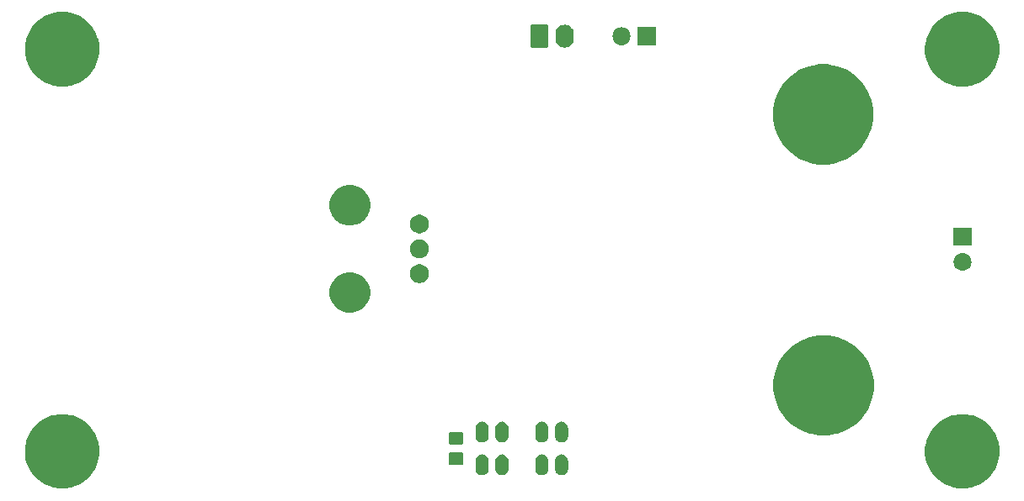
<source format=gbr>
G04 #@! TF.GenerationSoftware,KiCad,Pcbnew,(5.1.2-1)-1*
G04 #@! TF.CreationDate,2020-01-22T21:35:13+01:00*
G04 #@! TF.ProjectId,CCLoad,43434c6f-6164-42e6-9b69-6361645f7063,rev?*
G04 #@! TF.SameCoordinates,Original*
G04 #@! TF.FileFunction,Soldermask,Top*
G04 #@! TF.FilePolarity,Negative*
%FSLAX46Y46*%
G04 Gerber Fmt 4.6, Leading zero omitted, Abs format (unit mm)*
G04 Created by KiCad (PCBNEW (5.1.2-1)-1) date 2020-01-22 21:35:13*
%MOMM*%
%LPD*%
G04 APERTURE LIST*
%ADD10C,0.100000*%
G04 APERTURE END LIST*
D10*
G36*
X197682564Y-119185099D02*
G01*
X197924126Y-119233149D01*
X198606765Y-119515907D01*
X199221123Y-119926408D01*
X199743592Y-120448877D01*
X200154093Y-121063235D01*
X200436851Y-121745874D01*
X200466386Y-121894355D01*
X200581000Y-122470557D01*
X200581000Y-123209443D01*
X200515314Y-123539668D01*
X200436851Y-123934126D01*
X200154093Y-124616765D01*
X199743592Y-125231123D01*
X199221123Y-125753592D01*
X198606765Y-126164093D01*
X197924126Y-126446851D01*
X197682564Y-126494901D01*
X197199443Y-126591000D01*
X196460557Y-126591000D01*
X195977436Y-126494901D01*
X195735874Y-126446851D01*
X195053235Y-126164093D01*
X194438877Y-125753592D01*
X193916408Y-125231123D01*
X193505907Y-124616765D01*
X193223149Y-123934126D01*
X193144686Y-123539668D01*
X193079000Y-123209443D01*
X193079000Y-122470557D01*
X193193614Y-121894355D01*
X193223149Y-121745874D01*
X193505907Y-121063235D01*
X193916408Y-120448877D01*
X194438877Y-119926408D01*
X195053235Y-119515907D01*
X195735874Y-119233149D01*
X195977436Y-119185099D01*
X196460557Y-119089000D01*
X197199443Y-119089000D01*
X197682564Y-119185099D01*
X197682564Y-119185099D01*
G37*
G36*
X107182564Y-119185099D02*
G01*
X107424126Y-119233149D01*
X108106765Y-119515907D01*
X108721123Y-119926408D01*
X109243592Y-120448877D01*
X109654093Y-121063235D01*
X109936851Y-121745874D01*
X109966386Y-121894355D01*
X110081000Y-122470557D01*
X110081000Y-123209443D01*
X110015314Y-123539668D01*
X109936851Y-123934126D01*
X109654093Y-124616765D01*
X109243592Y-125231123D01*
X108721123Y-125753592D01*
X108106765Y-126164093D01*
X107424126Y-126446851D01*
X107182564Y-126494901D01*
X106699443Y-126591000D01*
X105960557Y-126591000D01*
X105477436Y-126494901D01*
X105235874Y-126446851D01*
X104553235Y-126164093D01*
X103938877Y-125753592D01*
X103416408Y-125231123D01*
X103005907Y-124616765D01*
X102723149Y-123934126D01*
X102644686Y-123539668D01*
X102579000Y-123209443D01*
X102579000Y-122470557D01*
X102693614Y-121894355D01*
X102723149Y-121745874D01*
X103005907Y-121063235D01*
X103416408Y-120448877D01*
X103938877Y-119926408D01*
X104553235Y-119515907D01*
X105235874Y-119233149D01*
X105477436Y-119185099D01*
X105960557Y-119089000D01*
X106699443Y-119089000D01*
X107182564Y-119185099D01*
X107182564Y-119185099D01*
G37*
G36*
X148667618Y-123148420D02*
G01*
X148748894Y-123173075D01*
X148790336Y-123185646D01*
X148903425Y-123246094D01*
X149002554Y-123327446D01*
X149083906Y-123426575D01*
X149144354Y-123539664D01*
X149144355Y-123539668D01*
X149181580Y-123662382D01*
X149191000Y-123758027D01*
X149191000Y-124621973D01*
X149181580Y-124717618D01*
X149154040Y-124808404D01*
X149144354Y-124840336D01*
X149083906Y-124953425D01*
X149002554Y-125052553D01*
X148903424Y-125133906D01*
X148790335Y-125194354D01*
X148758403Y-125204040D01*
X148667617Y-125231580D01*
X148540000Y-125244149D01*
X148412382Y-125231580D01*
X148321596Y-125204040D01*
X148289664Y-125194354D01*
X148176575Y-125133906D01*
X148077447Y-125052554D01*
X147996094Y-124953424D01*
X147935646Y-124840335D01*
X147925960Y-124808403D01*
X147898420Y-124717617D01*
X147889000Y-124621972D01*
X147889000Y-123758027D01*
X147898420Y-123662382D01*
X147935646Y-123539668D01*
X147935647Y-123539664D01*
X147996095Y-123426575D01*
X148077447Y-123327446D01*
X148176576Y-123246094D01*
X148289665Y-123185646D01*
X148331107Y-123173075D01*
X148412383Y-123148420D01*
X148540000Y-123135851D01*
X148667618Y-123148420D01*
X148667618Y-123148420D01*
G37*
G36*
X150667618Y-123148420D02*
G01*
X150748894Y-123173075D01*
X150790336Y-123185646D01*
X150903425Y-123246094D01*
X151002554Y-123327446D01*
X151083906Y-123426575D01*
X151144354Y-123539664D01*
X151144355Y-123539668D01*
X151181580Y-123662382D01*
X151191000Y-123758027D01*
X151191000Y-124621973D01*
X151181580Y-124717618D01*
X151154040Y-124808404D01*
X151144354Y-124840336D01*
X151083906Y-124953425D01*
X151002554Y-125052553D01*
X150903424Y-125133906D01*
X150790335Y-125194354D01*
X150758403Y-125204040D01*
X150667617Y-125231580D01*
X150540000Y-125244149D01*
X150412382Y-125231580D01*
X150321596Y-125204040D01*
X150289664Y-125194354D01*
X150176575Y-125133906D01*
X150077447Y-125052554D01*
X149996094Y-124953424D01*
X149935646Y-124840335D01*
X149925960Y-124808403D01*
X149898420Y-124717617D01*
X149889000Y-124621972D01*
X149889000Y-123758027D01*
X149898420Y-123662382D01*
X149935646Y-123539668D01*
X149935647Y-123539664D01*
X149996095Y-123426575D01*
X150077447Y-123327446D01*
X150176576Y-123246094D01*
X150289665Y-123185646D01*
X150331107Y-123173075D01*
X150412383Y-123148420D01*
X150540000Y-123135851D01*
X150667618Y-123148420D01*
X150667618Y-123148420D01*
G37*
G36*
X154667618Y-123148420D02*
G01*
X154748894Y-123173075D01*
X154790336Y-123185646D01*
X154903425Y-123246094D01*
X155002554Y-123327446D01*
X155083906Y-123426575D01*
X155144354Y-123539664D01*
X155144355Y-123539668D01*
X155181580Y-123662382D01*
X155191000Y-123758027D01*
X155191000Y-124621973D01*
X155181580Y-124717618D01*
X155154040Y-124808404D01*
X155144354Y-124840336D01*
X155083906Y-124953425D01*
X155002554Y-125052553D01*
X154903424Y-125133906D01*
X154790335Y-125194354D01*
X154758403Y-125204040D01*
X154667617Y-125231580D01*
X154540000Y-125244149D01*
X154412382Y-125231580D01*
X154321596Y-125204040D01*
X154289664Y-125194354D01*
X154176575Y-125133906D01*
X154077447Y-125052554D01*
X153996094Y-124953424D01*
X153935646Y-124840335D01*
X153925960Y-124808403D01*
X153898420Y-124717617D01*
X153889000Y-124621972D01*
X153889000Y-123758027D01*
X153898420Y-123662382D01*
X153935646Y-123539668D01*
X153935647Y-123539664D01*
X153996095Y-123426575D01*
X154077447Y-123327446D01*
X154176576Y-123246094D01*
X154289665Y-123185646D01*
X154331107Y-123173075D01*
X154412383Y-123148420D01*
X154540000Y-123135851D01*
X154667618Y-123148420D01*
X154667618Y-123148420D01*
G37*
G36*
X156667618Y-123148420D02*
G01*
X156748894Y-123173075D01*
X156790336Y-123185646D01*
X156903425Y-123246094D01*
X157002554Y-123327446D01*
X157083906Y-123426575D01*
X157144354Y-123539664D01*
X157144355Y-123539668D01*
X157181580Y-123662382D01*
X157191000Y-123758027D01*
X157191000Y-124621973D01*
X157181580Y-124717618D01*
X157154040Y-124808404D01*
X157144354Y-124840336D01*
X157083906Y-124953425D01*
X157002554Y-125052553D01*
X156903424Y-125133906D01*
X156790335Y-125194354D01*
X156758403Y-125204040D01*
X156667617Y-125231580D01*
X156540000Y-125244149D01*
X156412382Y-125231580D01*
X156321596Y-125204040D01*
X156289664Y-125194354D01*
X156176575Y-125133906D01*
X156077447Y-125052554D01*
X155996094Y-124953424D01*
X155935646Y-124840335D01*
X155925960Y-124808403D01*
X155898420Y-124717617D01*
X155889000Y-124621972D01*
X155889000Y-123758027D01*
X155898420Y-123662382D01*
X155935646Y-123539668D01*
X155935647Y-123539664D01*
X155996095Y-123426575D01*
X156077447Y-123327446D01*
X156176576Y-123246094D01*
X156289665Y-123185646D01*
X156331107Y-123173075D01*
X156412383Y-123148420D01*
X156540000Y-123135851D01*
X156667618Y-123148420D01*
X156667618Y-123148420D01*
G37*
G36*
X146511674Y-122958465D02*
G01*
X146549367Y-122969899D01*
X146584103Y-122988466D01*
X146614548Y-123013452D01*
X146639534Y-123043897D01*
X146658101Y-123078633D01*
X146669535Y-123116326D01*
X146674000Y-123161661D01*
X146674000Y-123998339D01*
X146669535Y-124043674D01*
X146658101Y-124081367D01*
X146639534Y-124116103D01*
X146614548Y-124146548D01*
X146584103Y-124171534D01*
X146549367Y-124190101D01*
X146511674Y-124201535D01*
X146466339Y-124206000D01*
X145379661Y-124206000D01*
X145334326Y-124201535D01*
X145296633Y-124190101D01*
X145261897Y-124171534D01*
X145231452Y-124146548D01*
X145206466Y-124116103D01*
X145187899Y-124081367D01*
X145176465Y-124043674D01*
X145172000Y-123998339D01*
X145172000Y-123161661D01*
X145176465Y-123116326D01*
X145187899Y-123078633D01*
X145206466Y-123043897D01*
X145231452Y-123013452D01*
X145261897Y-122988466D01*
X145296633Y-122969899D01*
X145334326Y-122958465D01*
X145379661Y-122954000D01*
X146466339Y-122954000D01*
X146511674Y-122958465D01*
X146511674Y-122958465D01*
G37*
G36*
X146511674Y-120908465D02*
G01*
X146549367Y-120919899D01*
X146584103Y-120938466D01*
X146614548Y-120963452D01*
X146639534Y-120993897D01*
X146658101Y-121028633D01*
X146669535Y-121066326D01*
X146674000Y-121111661D01*
X146674000Y-121948339D01*
X146669535Y-121993674D01*
X146658101Y-122031367D01*
X146639534Y-122066103D01*
X146614548Y-122096548D01*
X146584103Y-122121534D01*
X146549367Y-122140101D01*
X146511674Y-122151535D01*
X146466339Y-122156000D01*
X145379661Y-122156000D01*
X145334326Y-122151535D01*
X145296633Y-122140101D01*
X145261897Y-122121534D01*
X145231452Y-122096548D01*
X145206466Y-122066103D01*
X145187899Y-122031367D01*
X145176465Y-121993674D01*
X145172000Y-121948339D01*
X145172000Y-121111661D01*
X145176465Y-121066326D01*
X145187899Y-121028633D01*
X145206466Y-120993897D01*
X145231452Y-120963452D01*
X145261897Y-120938466D01*
X145296633Y-120919899D01*
X145334326Y-120908465D01*
X145379661Y-120904000D01*
X146466339Y-120904000D01*
X146511674Y-120908465D01*
X146511674Y-120908465D01*
G37*
G36*
X156667618Y-119848420D02*
G01*
X156758404Y-119875960D01*
X156790336Y-119885646D01*
X156903425Y-119946094D01*
X157002554Y-120027446D01*
X157083906Y-120126575D01*
X157144354Y-120239664D01*
X157144355Y-120239668D01*
X157181580Y-120362382D01*
X157191000Y-120458027D01*
X157191000Y-121321973D01*
X157181580Y-121417618D01*
X157154040Y-121508404D01*
X157144354Y-121540336D01*
X157083906Y-121653425D01*
X157002554Y-121752553D01*
X156903424Y-121833906D01*
X156790335Y-121894354D01*
X156758403Y-121904040D01*
X156667617Y-121931580D01*
X156540000Y-121944149D01*
X156412382Y-121931580D01*
X156321596Y-121904040D01*
X156289664Y-121894354D01*
X156176575Y-121833906D01*
X156077447Y-121752554D01*
X155996094Y-121653424D01*
X155935646Y-121540335D01*
X155925960Y-121508403D01*
X155898420Y-121417617D01*
X155889000Y-121321972D01*
X155889000Y-120458027D01*
X155898420Y-120362382D01*
X155935646Y-120239668D01*
X155935647Y-120239664D01*
X155996095Y-120126575D01*
X156077447Y-120027446D01*
X156176576Y-119946094D01*
X156289665Y-119885646D01*
X156321597Y-119875960D01*
X156412383Y-119848420D01*
X156540000Y-119835851D01*
X156667618Y-119848420D01*
X156667618Y-119848420D01*
G37*
G36*
X148667618Y-119848420D02*
G01*
X148758404Y-119875960D01*
X148790336Y-119885646D01*
X148903425Y-119946094D01*
X149002554Y-120027446D01*
X149083906Y-120126575D01*
X149144354Y-120239664D01*
X149144355Y-120239668D01*
X149181580Y-120362382D01*
X149191000Y-120458027D01*
X149191000Y-121321973D01*
X149181580Y-121417618D01*
X149154040Y-121508404D01*
X149144354Y-121540336D01*
X149083906Y-121653425D01*
X149002554Y-121752553D01*
X148903424Y-121833906D01*
X148790335Y-121894354D01*
X148758403Y-121904040D01*
X148667617Y-121931580D01*
X148540000Y-121944149D01*
X148412382Y-121931580D01*
X148321596Y-121904040D01*
X148289664Y-121894354D01*
X148176575Y-121833906D01*
X148077447Y-121752554D01*
X147996094Y-121653424D01*
X147935646Y-121540335D01*
X147925960Y-121508403D01*
X147898420Y-121417617D01*
X147889000Y-121321972D01*
X147889000Y-120458027D01*
X147898420Y-120362382D01*
X147935646Y-120239668D01*
X147935647Y-120239664D01*
X147996095Y-120126575D01*
X148077447Y-120027446D01*
X148176576Y-119946094D01*
X148289665Y-119885646D01*
X148321597Y-119875960D01*
X148412383Y-119848420D01*
X148540000Y-119835851D01*
X148667618Y-119848420D01*
X148667618Y-119848420D01*
G37*
G36*
X150667618Y-119848420D02*
G01*
X150758404Y-119875960D01*
X150790336Y-119885646D01*
X150903425Y-119946094D01*
X151002554Y-120027446D01*
X151083906Y-120126575D01*
X151144354Y-120239664D01*
X151144355Y-120239668D01*
X151181580Y-120362382D01*
X151191000Y-120458027D01*
X151191000Y-121321973D01*
X151181580Y-121417618D01*
X151154040Y-121508404D01*
X151144354Y-121540336D01*
X151083906Y-121653425D01*
X151002554Y-121752553D01*
X150903424Y-121833906D01*
X150790335Y-121894354D01*
X150758403Y-121904040D01*
X150667617Y-121931580D01*
X150540000Y-121944149D01*
X150412382Y-121931580D01*
X150321596Y-121904040D01*
X150289664Y-121894354D01*
X150176575Y-121833906D01*
X150077447Y-121752554D01*
X149996094Y-121653424D01*
X149935646Y-121540335D01*
X149925960Y-121508403D01*
X149898420Y-121417617D01*
X149889000Y-121321972D01*
X149889000Y-120458027D01*
X149898420Y-120362382D01*
X149935646Y-120239668D01*
X149935647Y-120239664D01*
X149996095Y-120126575D01*
X150077447Y-120027446D01*
X150176576Y-119946094D01*
X150289665Y-119885646D01*
X150321597Y-119875960D01*
X150412383Y-119848420D01*
X150540000Y-119835851D01*
X150667618Y-119848420D01*
X150667618Y-119848420D01*
G37*
G36*
X154667618Y-119848420D02*
G01*
X154758404Y-119875960D01*
X154790336Y-119885646D01*
X154903425Y-119946094D01*
X155002554Y-120027446D01*
X155083906Y-120126575D01*
X155144354Y-120239664D01*
X155144355Y-120239668D01*
X155181580Y-120362382D01*
X155191000Y-120458027D01*
X155191000Y-121321973D01*
X155181580Y-121417618D01*
X155154040Y-121508404D01*
X155144354Y-121540336D01*
X155083906Y-121653425D01*
X155002554Y-121752553D01*
X154903424Y-121833906D01*
X154790335Y-121894354D01*
X154758403Y-121904040D01*
X154667617Y-121931580D01*
X154540000Y-121944149D01*
X154412382Y-121931580D01*
X154321596Y-121904040D01*
X154289664Y-121894354D01*
X154176575Y-121833906D01*
X154077447Y-121752554D01*
X153996094Y-121653424D01*
X153935646Y-121540335D01*
X153925960Y-121508403D01*
X153898420Y-121417617D01*
X153889000Y-121321972D01*
X153889000Y-120458027D01*
X153898420Y-120362382D01*
X153935646Y-120239668D01*
X153935647Y-120239664D01*
X153996095Y-120126575D01*
X154077447Y-120027446D01*
X154176576Y-119946094D01*
X154289665Y-119885646D01*
X154321597Y-119875960D01*
X154412383Y-119848420D01*
X154540000Y-119835851D01*
X154667618Y-119848420D01*
X154667618Y-119848420D01*
G37*
G36*
X183865401Y-111251054D02*
G01*
X184353322Y-111348107D01*
X185272546Y-111728862D01*
X186099825Y-112281632D01*
X186803368Y-112985175D01*
X187356138Y-113812454D01*
X187736893Y-114731678D01*
X187931000Y-115707520D01*
X187931000Y-116702480D01*
X187736893Y-117678322D01*
X187356138Y-118597546D01*
X186803368Y-119424825D01*
X186099825Y-120128368D01*
X185272546Y-120681138D01*
X184353322Y-121061893D01*
X184103121Y-121111661D01*
X183377481Y-121256000D01*
X182382519Y-121256000D01*
X181656879Y-121111661D01*
X181406678Y-121061893D01*
X180487454Y-120681138D01*
X179660175Y-120128368D01*
X178956632Y-119424825D01*
X178403862Y-118597546D01*
X178023107Y-117678322D01*
X177829000Y-116702480D01*
X177829000Y-115707520D01*
X178023107Y-114731678D01*
X178403862Y-113812454D01*
X178956632Y-112985175D01*
X179660175Y-112281632D01*
X180487454Y-111728862D01*
X181406678Y-111348107D01*
X181894599Y-111251054D01*
X182382519Y-111154000D01*
X183377481Y-111154000D01*
X183865401Y-111251054D01*
X183865401Y-111251054D01*
G37*
G36*
X135838254Y-104876818D02*
G01*
X136211511Y-105031426D01*
X136211513Y-105031427D01*
X136547436Y-105255884D01*
X136833116Y-105541564D01*
X137048196Y-105863453D01*
X137057574Y-105877489D01*
X137212182Y-106250746D01*
X137291000Y-106646993D01*
X137291000Y-107051007D01*
X137212182Y-107447254D01*
X137057574Y-107820511D01*
X137057573Y-107820513D01*
X136833116Y-108156436D01*
X136547436Y-108442116D01*
X136211513Y-108666573D01*
X136211512Y-108666574D01*
X136211511Y-108666574D01*
X135838254Y-108821182D01*
X135442007Y-108900000D01*
X135037993Y-108900000D01*
X134641746Y-108821182D01*
X134268489Y-108666574D01*
X134268488Y-108666574D01*
X134268487Y-108666573D01*
X133932564Y-108442116D01*
X133646884Y-108156436D01*
X133422427Y-107820513D01*
X133422426Y-107820511D01*
X133267818Y-107447254D01*
X133189000Y-107051007D01*
X133189000Y-106646993D01*
X133267818Y-106250746D01*
X133422426Y-105877489D01*
X133431805Y-105863453D01*
X133646884Y-105541564D01*
X133932564Y-105255884D01*
X134268487Y-105031427D01*
X134268489Y-105031426D01*
X134641746Y-104876818D01*
X135037993Y-104798000D01*
X135442007Y-104798000D01*
X135838254Y-104876818D01*
X135838254Y-104876818D01*
G37*
G36*
X142517395Y-104034546D02*
G01*
X142690466Y-104106234D01*
X142690467Y-104106235D01*
X142846227Y-104210310D01*
X142978690Y-104342773D01*
X142978691Y-104342775D01*
X143082766Y-104498534D01*
X143154454Y-104671605D01*
X143191000Y-104855333D01*
X143191000Y-105042667D01*
X143154454Y-105226395D01*
X143082766Y-105399466D01*
X143082765Y-105399467D01*
X142978690Y-105555227D01*
X142846227Y-105687690D01*
X142767818Y-105740081D01*
X142690466Y-105791766D01*
X142517395Y-105863454D01*
X142333667Y-105900000D01*
X142146333Y-105900000D01*
X141962605Y-105863454D01*
X141789534Y-105791766D01*
X141712182Y-105740081D01*
X141633773Y-105687690D01*
X141501310Y-105555227D01*
X141397235Y-105399467D01*
X141397234Y-105399466D01*
X141325546Y-105226395D01*
X141289000Y-105042667D01*
X141289000Y-104855333D01*
X141325546Y-104671605D01*
X141397234Y-104498534D01*
X141501309Y-104342775D01*
X141501310Y-104342773D01*
X141633773Y-104210310D01*
X141789533Y-104106235D01*
X141789534Y-104106234D01*
X141962605Y-104034546D01*
X142146333Y-103998000D01*
X142333667Y-103998000D01*
X142517395Y-104034546D01*
X142517395Y-104034546D01*
G37*
G36*
X196960443Y-102864519D02*
G01*
X197026627Y-102871037D01*
X197196466Y-102922557D01*
X197352991Y-103006222D01*
X197388729Y-103035552D01*
X197490186Y-103118814D01*
X197573448Y-103220271D01*
X197602778Y-103256009D01*
X197686443Y-103412534D01*
X197737963Y-103582373D01*
X197755359Y-103759000D01*
X197737963Y-103935627D01*
X197719042Y-103998000D01*
X197686442Y-104105468D01*
X197686032Y-104106235D01*
X197602778Y-104261991D01*
X197573448Y-104297729D01*
X197490186Y-104399186D01*
X197388729Y-104482448D01*
X197352991Y-104511778D01*
X197196466Y-104595443D01*
X197026627Y-104646963D01*
X196960443Y-104653481D01*
X196894260Y-104660000D01*
X196805740Y-104660000D01*
X196739558Y-104653482D01*
X196673373Y-104646963D01*
X196503534Y-104595443D01*
X196347009Y-104511778D01*
X196311271Y-104482448D01*
X196209814Y-104399186D01*
X196126552Y-104297729D01*
X196097222Y-104261991D01*
X196013968Y-104106235D01*
X196013558Y-104105468D01*
X195980958Y-103998000D01*
X195962037Y-103935627D01*
X195944641Y-103759000D01*
X195962037Y-103582373D01*
X196013557Y-103412534D01*
X196097222Y-103256009D01*
X196126552Y-103220271D01*
X196209814Y-103118814D01*
X196311271Y-103035552D01*
X196347009Y-103006222D01*
X196503534Y-102922557D01*
X196673373Y-102871037D01*
X196739558Y-102864518D01*
X196805740Y-102858000D01*
X196894260Y-102858000D01*
X196960443Y-102864519D01*
X196960443Y-102864519D01*
G37*
G36*
X142517395Y-101534546D02*
G01*
X142690466Y-101606234D01*
X142690467Y-101606235D01*
X142846227Y-101710310D01*
X142978690Y-101842773D01*
X142978691Y-101842775D01*
X143082766Y-101998534D01*
X143154454Y-102171605D01*
X143191000Y-102355333D01*
X143191000Y-102542667D01*
X143154454Y-102726395D01*
X143082766Y-102899466D01*
X143082765Y-102899467D01*
X142978690Y-103055227D01*
X142846227Y-103187690D01*
X142767818Y-103240081D01*
X142690466Y-103291766D01*
X142517395Y-103363454D01*
X142333667Y-103400000D01*
X142146333Y-103400000D01*
X141962605Y-103363454D01*
X141789534Y-103291766D01*
X141712182Y-103240081D01*
X141633773Y-103187690D01*
X141501310Y-103055227D01*
X141397235Y-102899467D01*
X141397234Y-102899466D01*
X141325546Y-102726395D01*
X141289000Y-102542667D01*
X141289000Y-102355333D01*
X141325546Y-102171605D01*
X141397234Y-101998534D01*
X141501309Y-101842775D01*
X141501310Y-101842773D01*
X141633773Y-101710310D01*
X141789533Y-101606235D01*
X141789534Y-101606234D01*
X141962605Y-101534546D01*
X142146333Y-101498000D01*
X142333667Y-101498000D01*
X142517395Y-101534546D01*
X142517395Y-101534546D01*
G37*
G36*
X197751000Y-102120000D02*
G01*
X195949000Y-102120000D01*
X195949000Y-100318000D01*
X197751000Y-100318000D01*
X197751000Y-102120000D01*
X197751000Y-102120000D01*
G37*
G36*
X142517395Y-99034546D02*
G01*
X142690466Y-99106234D01*
X142690467Y-99106235D01*
X142846227Y-99210310D01*
X142978690Y-99342773D01*
X142978691Y-99342775D01*
X143082766Y-99498534D01*
X143154454Y-99671605D01*
X143191000Y-99855333D01*
X143191000Y-100042667D01*
X143154454Y-100226395D01*
X143082766Y-100399466D01*
X143082765Y-100399467D01*
X142978690Y-100555227D01*
X142846227Y-100687690D01*
X142767818Y-100740081D01*
X142690466Y-100791766D01*
X142517395Y-100863454D01*
X142333667Y-100900000D01*
X142146333Y-100900000D01*
X141962605Y-100863454D01*
X141789534Y-100791766D01*
X141712182Y-100740081D01*
X141633773Y-100687690D01*
X141501310Y-100555227D01*
X141397235Y-100399467D01*
X141397234Y-100399466D01*
X141325546Y-100226395D01*
X141289000Y-100042667D01*
X141289000Y-99855333D01*
X141325546Y-99671605D01*
X141397234Y-99498534D01*
X141501309Y-99342775D01*
X141501310Y-99342773D01*
X141633773Y-99210310D01*
X141789533Y-99106235D01*
X141789534Y-99106234D01*
X141962605Y-99034546D01*
X142146333Y-98998000D01*
X142333667Y-98998000D01*
X142517395Y-99034546D01*
X142517395Y-99034546D01*
G37*
G36*
X135838254Y-96076818D02*
G01*
X136211511Y-96231426D01*
X136211513Y-96231427D01*
X136547436Y-96455884D01*
X136833116Y-96741564D01*
X137057574Y-97077489D01*
X137212182Y-97450746D01*
X137291000Y-97846993D01*
X137291000Y-98251007D01*
X137212182Y-98647254D01*
X137066898Y-98998000D01*
X137057573Y-99020513D01*
X136833116Y-99356436D01*
X136547436Y-99642116D01*
X136211513Y-99866573D01*
X136211512Y-99866574D01*
X136211511Y-99866574D01*
X135838254Y-100021182D01*
X135442007Y-100100000D01*
X135037993Y-100100000D01*
X134641746Y-100021182D01*
X134268489Y-99866574D01*
X134268488Y-99866574D01*
X134268487Y-99866573D01*
X133932564Y-99642116D01*
X133646884Y-99356436D01*
X133422427Y-99020513D01*
X133413102Y-98998000D01*
X133267818Y-98647254D01*
X133189000Y-98251007D01*
X133189000Y-97846993D01*
X133267818Y-97450746D01*
X133422426Y-97077489D01*
X133646884Y-96741564D01*
X133932564Y-96455884D01*
X134268487Y-96231427D01*
X134268489Y-96231426D01*
X134641746Y-96076818D01*
X135037993Y-95998000D01*
X135442007Y-95998000D01*
X135838254Y-96076818D01*
X135838254Y-96076818D01*
G37*
G36*
X183825401Y-83946053D02*
G01*
X184313322Y-84043107D01*
X185232546Y-84423862D01*
X186059825Y-84976632D01*
X186763368Y-85680175D01*
X187316138Y-86507454D01*
X187696893Y-87426678D01*
X187891000Y-88402520D01*
X187891000Y-89397480D01*
X187696893Y-90373322D01*
X187316138Y-91292546D01*
X186763368Y-92119825D01*
X186059825Y-92823368D01*
X185232546Y-93376138D01*
X184313322Y-93756893D01*
X183825401Y-93853946D01*
X183337481Y-93951000D01*
X182342519Y-93951000D01*
X181854599Y-93853947D01*
X181366678Y-93756893D01*
X180447454Y-93376138D01*
X179620175Y-92823368D01*
X178916632Y-92119825D01*
X178363862Y-91292546D01*
X177983107Y-90373322D01*
X177789000Y-89397480D01*
X177789000Y-88402520D01*
X177983107Y-87426678D01*
X178363862Y-86507454D01*
X178916632Y-85680175D01*
X179620175Y-84976632D01*
X180447454Y-84423862D01*
X181366678Y-84043107D01*
X181854599Y-83946053D01*
X182342519Y-83849000D01*
X183337481Y-83849000D01*
X183825401Y-83946053D01*
X183825401Y-83946053D01*
G37*
G36*
X107182564Y-78685099D02*
G01*
X107424126Y-78733149D01*
X108106765Y-79015907D01*
X108721123Y-79426408D01*
X109243592Y-79948877D01*
X109654093Y-80563235D01*
X109936851Y-81245874D01*
X109947865Y-81301244D01*
X110069743Y-81913963D01*
X110081000Y-81970559D01*
X110081000Y-82709441D01*
X109936851Y-83434126D01*
X109654093Y-84116765D01*
X109243592Y-84731123D01*
X108721123Y-85253592D01*
X108106765Y-85664093D01*
X107424126Y-85946851D01*
X107182564Y-85994901D01*
X106699443Y-86091000D01*
X105960557Y-86091000D01*
X105477436Y-85994901D01*
X105235874Y-85946851D01*
X104553235Y-85664093D01*
X103938877Y-85253592D01*
X103416408Y-84731123D01*
X103005907Y-84116765D01*
X102723149Y-83434126D01*
X102579000Y-82709441D01*
X102579000Y-81970559D01*
X102590258Y-81913963D01*
X102712135Y-81301244D01*
X102723149Y-81245874D01*
X103005907Y-80563235D01*
X103416408Y-79948877D01*
X103938877Y-79426408D01*
X104553235Y-79015907D01*
X105235874Y-78733149D01*
X105477436Y-78685099D01*
X105960557Y-78589000D01*
X106699443Y-78589000D01*
X107182564Y-78685099D01*
X107182564Y-78685099D01*
G37*
G36*
X197682564Y-78685099D02*
G01*
X197924126Y-78733149D01*
X198606765Y-79015907D01*
X199221123Y-79426408D01*
X199743592Y-79948877D01*
X200154093Y-80563235D01*
X200436851Y-81245874D01*
X200447865Y-81301244D01*
X200569743Y-81913963D01*
X200581000Y-81970559D01*
X200581000Y-82709441D01*
X200436851Y-83434126D01*
X200154093Y-84116765D01*
X199743592Y-84731123D01*
X199221123Y-85253592D01*
X198606765Y-85664093D01*
X197924126Y-85946851D01*
X197682564Y-85994901D01*
X197199443Y-86091000D01*
X196460557Y-86091000D01*
X195977436Y-85994901D01*
X195735874Y-85946851D01*
X195053235Y-85664093D01*
X194438877Y-85253592D01*
X193916408Y-84731123D01*
X193505907Y-84116765D01*
X193223149Y-83434126D01*
X193079000Y-82709441D01*
X193079000Y-81970559D01*
X193090258Y-81913963D01*
X193212135Y-81301244D01*
X193223149Y-81245874D01*
X193505907Y-80563235D01*
X193916408Y-79948877D01*
X194438877Y-79426408D01*
X195053235Y-79015907D01*
X195735874Y-78733149D01*
X195977436Y-78685099D01*
X196460557Y-78589000D01*
X197199443Y-78589000D01*
X197682564Y-78685099D01*
X197682564Y-78685099D01*
G37*
G36*
X157025547Y-79888326D02*
G01*
X157199156Y-79940990D01*
X157199158Y-79940991D01*
X157359155Y-80026511D01*
X157499397Y-80141603D01*
X157578729Y-80238271D01*
X157614489Y-80281844D01*
X157700010Y-80441843D01*
X157752674Y-80615452D01*
X157766000Y-80750756D01*
X157766000Y-81301243D01*
X157752674Y-81436548D01*
X157700010Y-81610157D01*
X157614489Y-81770156D01*
X157607412Y-81778779D01*
X157499397Y-81910397D01*
X157426088Y-81970559D01*
X157359156Y-82025489D01*
X157199157Y-82111010D01*
X157025548Y-82163674D01*
X156845000Y-82181456D01*
X156664453Y-82163674D01*
X156490844Y-82111010D01*
X156330845Y-82025489D01*
X156263913Y-81970559D01*
X156190604Y-81910397D01*
X156075513Y-81770157D01*
X156075512Y-81770155D01*
X155989990Y-81610157D01*
X155937326Y-81436548D01*
X155924000Y-81301244D01*
X155924000Y-80750757D01*
X155937326Y-80615453D01*
X155989990Y-80441844D01*
X156075511Y-80281845D01*
X156082588Y-80273222D01*
X156190603Y-80141603D01*
X156316388Y-80038375D01*
X156330844Y-80026511D01*
X156490843Y-79940990D01*
X156664452Y-79888326D01*
X156845000Y-79870544D01*
X157025547Y-79888326D01*
X157025547Y-79888326D01*
G37*
G36*
X155084561Y-79878966D02*
G01*
X155117383Y-79888923D01*
X155147632Y-79905092D01*
X155174148Y-79926852D01*
X155195908Y-79953368D01*
X155212077Y-79983617D01*
X155222034Y-80016439D01*
X155226000Y-80056713D01*
X155226000Y-81995287D01*
X155222034Y-82035561D01*
X155212077Y-82068383D01*
X155195908Y-82098632D01*
X155174148Y-82125148D01*
X155147632Y-82146908D01*
X155117383Y-82163077D01*
X155084561Y-82173034D01*
X155044287Y-82177000D01*
X153565713Y-82177000D01*
X153525439Y-82173034D01*
X153492617Y-82163077D01*
X153462368Y-82146908D01*
X153435852Y-82125148D01*
X153414092Y-82098632D01*
X153397923Y-82068383D01*
X153387966Y-82035561D01*
X153384000Y-81995287D01*
X153384000Y-80056713D01*
X153387966Y-80016439D01*
X153397923Y-79983617D01*
X153414092Y-79953368D01*
X153435852Y-79926852D01*
X153462368Y-79905092D01*
X153492617Y-79888923D01*
X153525439Y-79878966D01*
X153565713Y-79875000D01*
X155044287Y-79875000D01*
X155084561Y-79878966D01*
X155084561Y-79878966D01*
G37*
G36*
X166001000Y-81927000D02*
G01*
X164199000Y-81927000D01*
X164199000Y-80125000D01*
X166001000Y-80125000D01*
X166001000Y-81927000D01*
X166001000Y-81927000D01*
G37*
G36*
X162670443Y-80131519D02*
G01*
X162736627Y-80138037D01*
X162906466Y-80189557D01*
X163062991Y-80273222D01*
X163073498Y-80281845D01*
X163200186Y-80385814D01*
X163283448Y-80487271D01*
X163312778Y-80523009D01*
X163396443Y-80679534D01*
X163447963Y-80849373D01*
X163465359Y-81026000D01*
X163447963Y-81202627D01*
X163396443Y-81372466D01*
X163312778Y-81528991D01*
X163283448Y-81564729D01*
X163200186Y-81666186D01*
X163098729Y-81749448D01*
X163062991Y-81778778D01*
X162906466Y-81862443D01*
X162736627Y-81913963D01*
X162670442Y-81920482D01*
X162604260Y-81927000D01*
X162515740Y-81927000D01*
X162449558Y-81920482D01*
X162383373Y-81913963D01*
X162213534Y-81862443D01*
X162057009Y-81778778D01*
X162021271Y-81749448D01*
X161919814Y-81666186D01*
X161836552Y-81564729D01*
X161807222Y-81528991D01*
X161723557Y-81372466D01*
X161672037Y-81202627D01*
X161654641Y-81026000D01*
X161672037Y-80849373D01*
X161723557Y-80679534D01*
X161807222Y-80523009D01*
X161836552Y-80487271D01*
X161919814Y-80385814D01*
X162046502Y-80281845D01*
X162057009Y-80273222D01*
X162213534Y-80189557D01*
X162383373Y-80138037D01*
X162449557Y-80131519D01*
X162515740Y-80125000D01*
X162604260Y-80125000D01*
X162670443Y-80131519D01*
X162670443Y-80131519D01*
G37*
M02*

</source>
